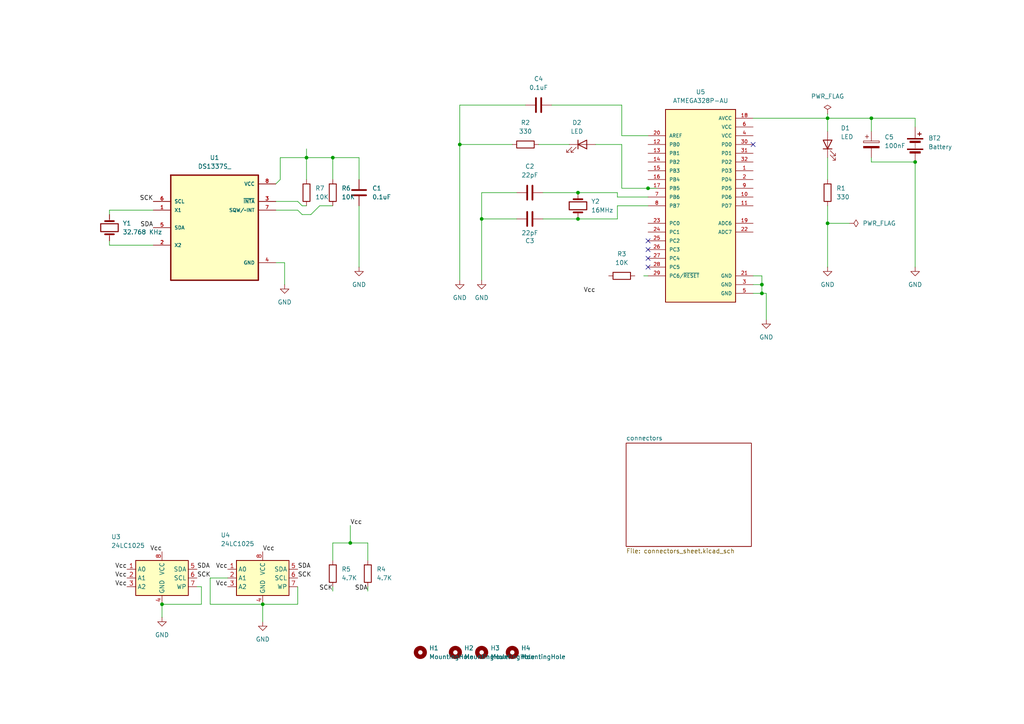
<source format=kicad_sch>
(kicad_sch (version 20231120) (generator "eeschema") (generator_version "8.0")
  (paper "A4")
  (title_block (title "${project_name}") (date "2025-03-16") (rev "1"))
  (lib_symbols
    (symbol "ATMEGA328P-AU_1" (pin_names (offset 1.016))
      (property "Reference" "U5" (at 0 33.02 0))
      (property "Value" "ATMEGA328P-AU" (at 0 30.48 0))
      (symbol "ATMEGA328P-AU_1_0_0"
        (rectangle (start -10.16 -27.94) (end 10.16 27.94) (stroke (width 0.254)) (fill (type background)))
        (pin bidirectional line (at 15.24 10.16 180) (length 5.08) (name "PD3") (number "1"))
        (pin bidirectional line (at 15.24 2.54 180) (length 5.08) (name "PD6") (number "10"))
        (pin bidirectional line (at 15.24 0 180) (length 5.08) (name "PD7") (number "11"))
        (pin bidirectional line (at -15.24 17.78 0) (length 5.08) (name "PB0") (number "12"))
        (pin bidirectional line (at -15.24 15.24 0) (length 5.08) (name "PB1") (number "13"))
        (pin bidirectional line (at -15.24 12.7 0) (length 5.08) (name "PB2") (number "14"))
        (pin bidirectional line (at -15.24 10.16 0) (length 5.08) (name "PB3") (number "15"))
        (pin bidirectional line (at -15.24 7.62 0) (length 5.08) (name "PB4") (number "16"))
        (pin bidirectional line (at -15.24 5.08 0) (length 5.08) (name "PB5") (number "17"))
        (pin power_in line (at 15.24 25.4 180) (length 5.08) (name "AVCC") (number "18"))
        (pin bidirectional line (at 15.24 -5.08 180) (length 5.08) (name "ADC6") (number "19"))
        (pin bidirectional line (at 15.24 7.62 180) (length 5.08) (name "PD4") (number "2"))
        (pin input line (at -15.24 20.32 0) (length 5.08) (name "AREF") (number "20"))
        (pin power_in line (at 15.24 -20.32 180) (length 5.08) (name "GND") (number "21"))
        (pin bidirectional line (at 15.24 -7.62 180) (length 5.08) (name "ADC7") (number "22"))
        (pin bidirectional line (at -15.24 -5.08 0) (length 5.08) (name "PC0") (number "23"))
        (pin bidirectional line (at -15.24 -7.62 0) (length 5.08) (name "PC1") (number "24"))
        (pin bidirectional line (at -15.24 -10.16 0) (length 5.08) (name "PC2") (number "25"))
        (pin bidirectional line (at -15.24 -12.7 0) (length 5.08) (name "PC3") (number "26"))
        (pin bidirectional line (at -15.24 -15.24 0) (length 5.08) (name "PC4") (number "27"))
        (pin bidirectional line (at -15.24 -17.78 0) (length 5.08) (name "PC5") (number "28"))
        (pin bidirectional line (at -15.24 -20.32 0) (length 5.08) (name "PC6/~{RESET}") (number "29"))
        (pin power_in line (at 15.24 -22.86 180) (length 5.08) (name "GND") (number "3"))
        (pin bidirectional line (at 15.24 17.78 180) (length 5.08) (name "PD0") (number "30"))
        (pin bidirectional line (at 15.24 15.24 180) (length 5.08) (name "PD1") (number "31"))
        (pin bidirectional line (at 15.24 12.7 180) (length 5.08) (name "PD2") (number "32"))
        (pin power_in line (at 15.24 20.32 180) (length 5.08) (name "VCC") (number "4"))
        (pin power_in line (at 15.24 -25.4 180) (length 5.08) (name "GND") (number "5"))
        (pin power_in line (at 15.24 22.86 180) (length 5.08) (name "VCC") (number "6"))
        (pin bidirectional line (at -15.24 2.54 0) (length 5.08) (name "PB6") (number "7"))
        (pin bidirectional line (at -15.24 0 0) (length 5.08) (name "PB7") (number "8"))
        (pin bidirectional line (at 15.24 5.08 180) (length 5.08) (name "PD5") (number "9"))
      )
    )
    (symbol "DS1337S_:DS1337S_" (pin_names (offset 1.016))
      (property "Reference" "U" (at -12.7 16.24 0))
      (property "Value" "DS1337S_" (at -12.7 -19.24 0))
      (symbol "DS1337S__0_0"
        (rectangle (start -12.7 -15.24) (end 12.7 15.24) (stroke (width 0.41)) (fill (type background)))
        (pin input line (at -17.78 5.08 0) (length 5.08) (name "X1") (number "1"))
        (pin bidirectional line (at -17.78 -5.08 0) (length 5.08) (name "X2") (number "2"))
        (pin output line (at 17.78 7.62 180) (length 5.08) (name "~{INTA}") (number "3"))
        (pin power_in line (at 17.78 -10.16 180) (length 5.08) (name "GND") (number "4"))
        (pin bidirectional line (at -17.78 0 0) (length 5.08) (name "SDA") (number "5"))
        (pin input line (at -17.78 7.62 0) (length 5.08) (name "SCL") (number "6"))
        (pin output line (at 17.78 5.08 180) (length 5.08) (name "SQW/~INT") (number "7"))
        (pin power_in line (at 17.78 12.7 180) (length 5.08) (name "VCC") (number "8"))
      )
    )
    (symbol "Device:Battery" (pin_numbers hide) (pin_names (offset 0) hide)
      (property "Reference" "BT" (at 2.54 2.54 0))
      (property "Value" "Battery" (at 2.54 0 0))
      (symbol "Battery_0_1"
        (rectangle (start -2.286 -1.27) (end 2.286 -1.524) (fill (type outline)))
        (rectangle (start -2.286 1.778) (end 2.286 1.524) (fill (type outline)))
        (rectangle (start -1.524 -2.032) (end 1.524 -2.54) (fill (type outline)))
        (rectangle (start -1.524 1.016) (end 1.524 0.508) (fill (type outline)))
        (polyline (pts (xy 0 -1.016) (xy 0 -0.762)))
        (polyline (pts (xy 0 -0.508) (xy 0 -0.254)))
        (polyline (pts (xy 0 0) (xy 0 0.254)))
        (polyline (pts (xy 0 1.778) (xy 0 2.54)))
        (polyline (pts (xy 0.762 3.048) (xy 1.778 3.048)) (stroke (width 0.254)))
        (polyline (pts (xy 1.27 3.556) (xy 1.27 2.54)) (stroke (width 0.254)))
      )
      (symbol "Battery_1_1"
        (pin passive line (at 0 5.08 270) (length 2.54) (name "+") (number "1"))
        (pin passive line (at 0 -5.08 90) (length 2.54) (name "-") (number "2"))
      )
    )
    (symbol "Device:C" (pin_numbers hide) (pin_names (offset 0.254))
      (property "Reference" "C" (at 0.635 2.54 0))
      (property "Value" "C" (at 0.635 -2.54 0))
      (symbol "C_0_1"
        (polyline (pts (xy -2.032 -0.762) (xy 2.032 -0.762)) (stroke (width 0.508)))
        (polyline (pts (xy -2.032 0.762) (xy 2.032 0.762)) (stroke (width 0.508)))
      )
      (symbol "C_1_1"
        (pin passive line (at 0 3.81 270) (length 2.794) (name "~") (number "1"))
        (pin passive line (at 0 -3.81 90) (length 2.794) (name "~") (number "2"))
      )
    )
    (symbol "Device:C_Polarized" (pin_numbers hide) (pin_names (offset 0.254))
      (property "Reference" "C" (at 0.635 2.54 0))
      (property "Value" "C_Polarized" (at 0.635 -2.54 0))
      (symbol "C_Polarized_0_1"
        (rectangle (start -2.286 0.508) (end 2.286 1.016))
        (polyline (pts (xy -1.778 2.286) (xy -0.762 2.286)))
        (polyline (pts (xy -1.27 2.794) (xy -1.27 1.778)))
        (rectangle (start 2.286 -0.508) (end -2.286 -1.016) (fill (type outline)))
      )
      (symbol "C_Polarized_1_1"
        (pin passive line (at 0 3.81 270) (length 2.794) (name "~") (number "1"))
        (pin passive line (at 0 -3.81 90) (length 2.794) (name "~") (number "2"))
      )
    )
    (symbol "Device:Crystal" (pin_numbers hide) (pin_names (offset 1.016) hide)
      (property "Reference" "Y" (at 0 3.81 0))
      (property "Value" "Crystal" (at 0 -3.81 0))
      (symbol "Crystal_0_1"
        (rectangle (start -1.143 2.54) (end 1.143 -2.54) (stroke (width 0.3048)))
        (polyline (pts (xy -2.54 0) (xy -1.905 0)))
        (polyline (pts (xy -1.905 -1.27) (xy -1.905 1.27)) (stroke (width 0.508)))
        (polyline (pts (xy 1.905 -1.27) (xy 1.905 1.27)) (stroke (width 0.508)))
        (polyline (pts (xy 2.54 0) (xy 1.905 0)))
      )
      (symbol "Crystal_1_1"
        (pin passive line (at -3.81 0 0) (length 1.27) (name "1") (number "1"))
        (pin passive line (at 3.81 0 180) (length 1.27) (name "2") (number "2"))
      )
    )
    (symbol "Device:LED" (pin_numbers hide) (pin_names (offset 1.016) hide)
      (property "Reference" "D" (at 0 2.54 0))
      (property "Value" "LED" (at 0 -2.54 0))
      (symbol "LED_0_1"
        (polyline (pts (xy -1.27 -1.27) (xy -1.27 1.27)) (stroke (width 0.254)))
        (polyline (pts (xy -1.27 0) (xy 1.27 0)))
        (polyline (pts (xy 1.27 -1.27) (xy 1.27 1.27) (xy -1.27 0) (xy 1.27 -1.27)) (stroke (width 0.254)))
        (polyline (pts (xy -3.048 -0.762) (xy -4.572 -2.286) (xy -3.81 -2.286) (xy -4.572 -2.286) (xy -4.572 -1.524)))
        (polyline (pts (xy -1.778 -0.762) (xy -3.302 -2.286) (xy -2.54 -2.286) (xy -3.302 -2.286) (xy -3.302 -1.524)))
      )
      (symbol "LED_1_1"
        (pin passive line (at -3.81 0 0) (length 2.54) (name "K") (number "1"))
        (pin passive line (at 3.81 0 180) (length 2.54) (name "A") (number "2"))
      )
    )
    (symbol "Device:R" (pin_numbers hide) (pin_names (offset 0))
      (property "Reference" "R" (at 2.032 0 90))
      (property "Value" "R" (at 0 0 90))
      (symbol "R_0_1"
        (rectangle (start -1.016 -2.54) (end 1.016 2.54) (stroke (width 0.254)))
      )
      (symbol "R_1_1"
        (pin passive line (at 0 3.81 270) (length 1.27) (name "~") (number "1"))
        (pin passive line (at 0 -3.81 90) (length 1.27) (name "~") (number "2"))
      )
    )
    (symbol "Mechanical:MountingHole" (pin_names (offset 1.016)) (exclude_from_sim yes) (in_bom no)
      (property "Reference" "H" (at 0 5.08 0))
      (property "Value" "MountingHole" (at 0 3.175 0))
      (symbol "MountingHole_0_1"
        (circle (center 0 0) (radius 1.27) (stroke (width 1.27)))
      )
    )
    (symbol "Memory_EEPROM:24LC1025"
      (property "Reference" "U" (at -6.35 6.35 0))
      (property "Value" "24LC1025" (at 1.27 6.35 0))
      (symbol "24LC1025_1_1"
        (rectangle (start -7.62 5.08) (end 7.62 -5.08) (stroke (width 0.254)) (fill (type background)))
        (pin input line (at -10.16 2.54 0) (length 2.54) (name "A0") (number "1"))
        (pin input line (at -10.16 0 0) (length 2.54) (name "A1") (number "2"))
        (pin input line (at -10.16 -2.54 0) (length 2.54) (name "A2") (number "3"))
        (pin power_in line (at 0 -7.62 90) (length 2.54) (name "GND") (number "4"))
        (pin bidirectional line (at 10.16 2.54 180) (length 2.54) (name "SDA") (number "5"))
        (pin input line (at 10.16 0 180) (length 2.54) (name "SCL") (number "6"))
        (pin input line (at 10.16 -2.54 180) (length 2.54) (name "WP") (number "7"))
        (pin power_in line (at 0 7.62 270) (length 2.54) (name "VCC") (number "8"))
      )
    )
    (symbol "power:GND" (power) (pin_numbers hide) (pin_names (offset 0) hide)
      (property "Value" "GND" (at 0 -3.81 0))
      (symbol "GND_0_1"
        (polyline (pts (xy 0 0) (xy 0 -1.27) (xy 1.27 -1.27) (xy 0 -2.54) (xy -1.27 -1.27) (xy 0 -1.27)))
      )
      (symbol "GND_1_1"
        (pin power_in line (at 0 0 270) (length 0) (name "~") (number "1"))
      )
    )
    (symbol "power:PWR_FLAG" (power) (pin_numbers hide) (pin_names (offset 0) hide)
      (property "Value" "PWR_FLAG" (at 0 3.81 0))
      (symbol "PWR_FLAG_0_0"
        (pin power_out line (at 0 0 90) (length 0) (name "~") (number "1"))
      )
      (symbol "PWR_FLAG_0_1"
        (polyline (pts (xy 0 0) (xy 0 1.27) (xy -1.016 1.905) (xy 0 2.54) (xy 1.016 1.905) (xy 0 1.27)))
      )
    )
  )
  (junction (at 88.9 45.72))
  (junction (at 220.98 82.55))
  (junction (at 167.64 63.5))
  (junction (at 96.52 45.72))
  (junction (at 101.6 157.48))
  (junction (at 240.03 64.77))
  (junction (at 76.2 175.26))
  (junction (at 46.99 175.26))
  (junction (at 139.7 63.5))
  (junction (at 220.98 85.09))
  (junction (at 167.64 55.88))
  (junction (at 187.96 54.61))
  (junction (at 252.73 34.29))
  (junction (at 133.35 41.91))
  (junction (at 265.43 46.99))
  (junction (at 240.03 34.29))
  (no_connect (at 187.96 77.47))
  (no_connect (at 187.96 72.39))
  (no_connect (at 187.96 69.85))
  (no_connect (at 218.44 41.91))
  (no_connect (at 187.96 74.93))
  (wire (pts (xy 104.14 59.69) (xy 104.14 77.47)))
  (wire (pts (xy 240.03 64.77) (xy 240.03 77.47)))
  (wire (pts (xy 133.35 41.91) (xy 148.59 41.91)))
  (wire (pts (xy 220.98 80.01) (xy 220.98 82.55)))
  (wire (pts (xy 157.48 55.88) (xy 167.64 55.88)))
  (wire (pts (xy 133.35 30.48) (xy 152.4 30.48)))
  (wire (pts (xy 179.07 55.88) (xy 179.07 57.15)))
  (wire (pts (xy 82.55 76.2) (xy 82.55 82.55)))
  (wire (pts (xy 80.01 76.2) (xy 82.55 76.2)))
  (wire (pts (xy 80.01 60.96) (xy 86.36 60.96)))
  (wire (pts (xy 240.03 45.72) (xy 240.03 52.07)))
  (wire (pts (xy 186.69 80.01) (xy 187.96 80.01)))
  (wire (pts (xy 265.43 46.99) (xy 265.43 77.47)))
  (wire (pts (xy 57.15 170.18) (xy 58.42 170.18)))
  (wire (pts (xy 80.01 58.42) (xy 86.36 58.42)))
  (wire (pts (xy 88.9 45.72) (xy 88.9 52.07)))
  (wire (pts (xy 104.14 45.72) (xy 104.14 52.07)))
  (wire (pts (xy 190.5 54.61) (xy 187.96 54.61)))
  (wire (pts (xy 133.35 41.91) (xy 133.35 81.28)))
  (wire (pts (xy 106.68 171.45) (xy 106.68 170.18)))
  (wire (pts (xy 139.7 55.88) (xy 139.7 63.5)))
  (wire (pts (xy 46.99 175.26) (xy 46.99 179.07)))
  (wire (pts (xy 81.28 52.07) (xy 80.01 53.34)))
  (wire (pts (xy 218.44 82.55) (xy 220.98 82.55)))
  (wire (pts (xy 60.96 167.64) (xy 66.04 167.64)))
  (wire (pts (xy 222.25 85.09) (xy 222.25 92.71)))
  (wire (pts (xy 156.21 41.91) (xy 165.1 41.91)))
  (wire (pts (xy 96.52 45.72) (xy 96.52 52.07)))
  (wire (pts (xy 133.35 30.48) (xy 133.35 41.91)))
  (wire (pts (xy 87.63 62.23) (xy 90.17 62.23)))
  (wire (pts (xy 76.2 175.26) (xy 76.2 180.34)))
  (wire (pts (xy 180.34 41.91) (xy 172.72 41.91)))
  (wire (pts (xy 101.6 157.48) (xy 106.68 157.48)))
  (wire (pts (xy 240.03 34.29) (xy 240.03 38.1)))
  (wire (pts (xy 167.64 55.88) (xy 179.07 55.88)))
  (wire (pts (xy 252.73 46.99) (xy 265.43 46.99)))
  (wire (pts (xy 96.52 171.45) (xy 96.52 170.18)))
  (wire (pts (xy 76.2 175.26) (xy 86.36 175.26)))
  (wire (pts (xy 167.64 63.5) (xy 179.07 63.5)))
  (wire (pts (xy 240.03 33.02) (xy 240.03 34.29)))
  (wire (pts (xy 240.03 64.77) (xy 246.38 64.77)))
  (wire (pts (xy 179.07 57.15) (xy 187.96 57.15)))
  (wire (pts (xy 60.96 175.26) (xy 76.2 175.26)))
  (wire (pts (xy 252.73 45.72) (xy 252.73 46.99)))
  (wire (pts (xy 101.6 152.4) (xy 101.6 157.48)))
  (wire (pts (xy 218.44 34.29) (xy 240.03 34.29)))
  (wire (pts (xy 58.42 170.18) (xy 58.42 175.26)))
  (wire (pts (xy 106.68 157.48) (xy 106.68 162.56)))
  (wire (pts (xy 180.34 41.91) (xy 180.34 54.61)))
  (wire (pts (xy 157.48 63.5) (xy 167.64 63.5)))
  (wire (pts (xy 96.52 157.48) (xy 96.52 162.56)))
  (wire (pts (xy 92.71 59.69) (xy 96.52 59.69)))
  (wire (pts (xy 180.34 30.48) (xy 180.34 39.37)))
  (wire (pts (xy 252.73 38.1) (xy 252.73 34.29)))
  (wire (pts (xy 160.02 30.48) (xy 180.34 30.48)))
  (wire (pts (xy 220.98 82.55) (xy 220.98 85.09)))
  (wire (pts (xy 87.63 59.69) (xy 88.9 59.69)))
  (wire (pts (xy 31.75 71.12) (xy 44.45 71.12)))
  (wire (pts (xy 139.7 63.5) (xy 149.86 63.5)))
  (wire (pts (xy 179.07 59.69) (xy 179.07 63.5)))
  (wire (pts (xy 88.9 45.72) (xy 96.52 45.72)))
  (wire (pts (xy 86.36 170.18) (xy 86.36 175.26)))
  (wire (pts (xy 179.07 59.69) (xy 187.96 59.69)))
  (wire (pts (xy 240.03 34.29) (xy 252.73 34.29)))
  (wire (pts (xy 31.75 69.85) (xy 31.75 71.12)))
  (wire (pts (xy 218.44 80.01) (xy 220.98 80.01)))
  (wire (pts (xy 218.44 85.09) (xy 220.98 85.09)))
  (wire (pts (xy 90.17 62.23) (xy 92.71 59.69)))
  (wire (pts (xy 81.28 45.72) (xy 81.28 52.07)))
  (wire (pts (xy 81.28 45.72) (xy 88.9 45.72)))
  (wire (pts (xy 60.96 167.64) (xy 60.96 175.26)))
  (wire (pts (xy 31.75 60.96) (xy 31.75 62.23)))
  (wire (pts (xy 240.03 59.69) (xy 240.03 64.77)))
  (wire (pts (xy 252.73 34.29) (xy 265.43 34.29)))
  (wire (pts (xy 265.43 34.29) (xy 265.43 36.83)))
  (wire (pts (xy 220.98 85.09) (xy 222.25 85.09)))
  (wire (pts (xy 88.9 43.18) (xy 88.9 45.72)))
  (wire (pts (xy 96.52 157.48) (xy 101.6 157.48)))
  (wire (pts (xy 180.34 54.61) (xy 187.96 54.61)))
  (wire (pts (xy 86.36 58.42) (xy 87.63 59.69)))
  (wire (pts (xy 46.99 175.26) (xy 58.42 175.26)))
  (wire (pts (xy 96.52 45.72) (xy 104.14 45.72)))
  (wire (pts (xy 139.7 63.5) (xy 139.7 81.28)))
  (wire (pts (xy 139.7 55.88) (xy 149.86 55.88)))
  (wire (pts (xy 180.34 39.37) (xy 187.96 39.37)))
  (wire (pts (xy 86.36 60.96) (xy 87.63 62.23)))
  (wire (pts (xy 31.75 60.96) (xy 44.45 60.96)))
  (label "Vcc" (at 66.04 170.18 180))
  (label "Vcc" (at 172.72 85.09 180))
  (label "SCK" (at 44.45 58.42 180))
  (label "SDA" (at 57.15 165.1 0))
  (label "SDA" (at 106.68 171.45 180))
  (label "Vcc" (at 36.83 170.18 180))
  (label "SDA" (at 44.45 66.04 180))
  (label "SCK" (at 86.36 167.64 0))
  (label "Vcc" (at 36.83 167.64 180))
  (label "Vcc" (at 76.2 160.02 0))
  (label "Vcc" (at 101.6 152.4 0))
  (label "Vcc" (at 36.83 165.1 180))
  (label "Vcc" (at 46.99 160.02 180))
  (label "Vcc" (at 66.04 165.1 180))
  (label "SCK" (at 57.15 167.64 0))
  (label "SCK" (at 96.52 171.45 180))
  (label "SDA" (at 86.36 165.1 0))
  (symbol (lib_id "Device:LED") (at 240.03 41.91 90) (unit 1)
    (property "Reference" "D1" (at 243.84 37.1474 90) (effects (justify right)))
    (property "Value" "LED" (at 243.84 39.6874 90) (effects (justify right)))
    (property "Footprint" "LED_SMD:LED_0805_2012Metric" (effects (hide yes)))
    (property "Description" "Light emitting diode" (effects (hide yes)))
  )
  (symbol (lib_id "Device:R") (at 96.52 166.37 0) (unit 1)
    (property "Reference" "R5" (at 99.06 165.0999 0) (effects (justify left)))
    (property "Value" "4.7K" (at 99.06 167.6399 0) (effects (justify left)))
    (property "Footprint" "Resistor_SMD:R_0805_2012Metric" (effects (hide yes)))
    (property "Description" "Resistor" (effects (hide yes)))
  )
  (symbol (lib_name "ATMEGA328P-AU_1") (lib_id "ATMEGA328P-AU:ATMEGA328P-AU") (at 203.2 59.69 0) (unit 1)
    (property "Reference" "U5" (at 203.2 26.67 0))
    (property "Value" "ATMEGA328P-AU" (at 203.2 29.21 0))
    (property "Footprint" "ATMEGA328P-AU:QFP80P900X900X120-32N" (effects (hide yes)))
    (property "MF" "Microchip" (effects (hide yes)))
    (property "MAXIMUM_PACKAGE_HEIGHT" "1.20mm" (effects (hide yes)))
    (property "Package" "TQFP-32 Microchip" (effects (hide yes)))
    (property "Price" "None" (effects (hide yes)))
    (property "Check_prices" "https://www.snapeda.com/parts/ATMEGA328P-AU/Microchip/view-part/?ref=eda" (effects (hide yes)))
    (property "STANDARD" "IPC-7351B" (effects (hide yes)))
    (property "PARTREV" "8271A" (effects (hide yes)))
    (property "SnapEDA_Link" "https://www.snapeda.com/parts/ATMEGA328P-AU/Microchip/view-part/?ref=snap" (effects (hide yes)))
    (property "MP" "ATMEGA328P-AU" (effects (hide yes)))
    (property "Description_1" "\n                        \n                            AVR AVR® ATmega Microcontroller IC 8-Bit 20MHz 32KB (16K x 16) FLASH 32-TQFP (7x7)\n                        \n" (effects (hide yes)))
    (property "Availability" "In Stock" (effects (hide yes)))
    (property "MANUFACTURER" "Microchip" (effects (hide yes)))
  )
  (symbol (lib_id "power:GND") (at 133.35 81.28 0) (unit 1)
    (property "Reference" "#PWR04" (effects (hide yes)))
    (property "Value" "GND" (at 133.35 86.36 0))
    (property "Description" "Power symbol creates a global label with name \"GND\" , ground" (effects (hide yes)))
  )
  (symbol (lib_id "power:GND") (at 222.25 92.71 0) (unit 1)
    (property "Reference" "#PWR05" (effects (hide yes)))
    (property "Value" "GND" (at 222.25 97.79 0))
    (property "Description" "Power symbol creates a global label with name \"GND\" , ground" (effects (hide yes)))
  )
  (symbol (lib_id "power:PWR_FLAG") (at 240.03 33.02 0) (unit 1)
    (property "Reference" "#FLG02" (effects (hide yes)))
    (property "Value" "PWR_FLAG" (at 240.03 27.94 0))
    (property "Description" "Special symbol for telling ERC where power comes from" (effects (hide yes)))
  )
  (symbol (lib_id "power:GND") (at 46.99 179.07 0) (unit 1)
    (property "Reference" "#PWR08" (effects (hide yes)))
    (property "Value" "GND" (at 46.99 184.15 0))
    (property "Description" "Power symbol creates a global label with name \"GND\" , ground" (effects (hide yes)))
  )
  (symbol (lib_id "Mechanical:MountingHole") (at 132.08 189.23 0) (unit 1) (exclude_from_sim yes) (in_bom no)
    (property "Reference" "H2" (at 134.62 187.9599 0) (effects (justify left)))
    (property "Value" "MountingHole" (at 134.62 190.4999 0) (effects (justify left)))
    (property "Footprint" "MountingHole:MountingHole_2.1mm" (effects (hide yes)))
    (property "Description" "Mounting Hole without connection" (effects (hide yes)))
  )
  (symbol (lib_id "Device:R") (at 106.68 166.37 0) (unit 1)
    (property "Reference" "R4" (at 109.22 165.0999 0) (effects (justify left)))
    (property "Value" "4.7K" (at 109.22 167.6399 0) (effects (justify left)))
    (property "Footprint" "Resistor_SMD:R_0805_2012Metric" (effects (hide yes)))
    (property "Description" "Resistor" (effects (hide yes)))
  )
  (symbol (lib_id "Memory_EEPROM:24LC1025") (at 46.99 167.64 0) (unit 1)
    (property "Reference" "U3" (at 32.258 155.702 0) (effects (justify left)))
    (property "Value" "24LC1025" (at 32.258 158.242 0) (effects (justify left)))
    (property "Footprint" "Package_SO:SOIC-8_5.23x5.23mm_P1.27mm" (effects (hide yes)))
    (property "Datasheet" "http://ww1.microchip.com/downloads/en/DeviceDoc/21941B.pdf" (effects (hide yes)))
    (property "Description" "I2C Serial EEPROM, 1024Kb, DIP-8/SOIC-8/TSSOP-8/DFN-8" (effects (hide yes)))
  )
  (symbol (lib_id "Mechanical:MountingHole") (at 148.59 189.23 0) (unit 1) (exclude_from_sim yes) (in_bom no)
    (property "Reference" "H4" (at 151.13 187.9599 0) (effects (justify left)))
    (property "Value" "MountingHole" (at 151.13 190.4999 0) (effects (justify left)))
    (property "Footprint" "MountingHole:MountingHole_2.1mm" (effects (hide yes)))
    (property "Description" "Mounting Hole without connection" (effects (hide yes)))
  )
  (symbol (lib_id "power:GND") (at 104.14 77.47 0) (unit 1)
    (property "Reference" "#PWR01" (effects (hide yes)))
    (property "Value" "GND" (at 104.14 82.55 0))
    (property "Description" "Power symbol creates a global label with name \"GND\" , ground" (effects (hide yes)))
  )
  (symbol (lib_id "DS1337S_:DS1337S_") (at 62.23 66.04 0) (unit 1)
    (property "Reference" "U1" (at 62.23 45.72 0))
    (property "Value" "DS1337S_" (at 62.23 48.26 0))
    (property "Footprint" "DS1337S_:SOIC127P600X175-8N" (effects (hide yes)))
    (property "MF" "Analog Devices" (effects (hide yes)))
    (property "Description_1" "\n                        \n                            I²C Serial Real-Time Clock\n                        \n" (effects (hide yes)))
    (property "Package" "SOIC-8 Maxim" (effects (hide yes)))
    (property "Price" "None" (effects (hide yes)))
    (property "SnapEDA_Link" "https://www.snapeda.com/parts/DS1337S+/Analog+Devices/view-part/?ref=snap" (effects (hide yes)))
    (property "MP" "DS1337S+" (effects (hide yes)))
    (property "Availability" "In Stock" (effects (hide yes)))
    (property "Check_prices" "https://www.snapeda.com/parts/DS1337S+/Analog+Devices/view-part/?ref=eda" (effects (hide yes)))
  )
  (symbol (lib_id "power:GND") (at 76.2 180.34 0) (unit 1)
    (property "Reference" "#PWR07" (effects (hide yes)))
    (property "Value" "GND" (at 76.2 185.42 0))
    (property "Description" "Power symbol creates a global label with name \"GND\" , ground" (effects (hide yes)))
  )
  (symbol (lib_id "Mechanical:MountingHole") (at 139.7 189.23 0) (unit 1) (exclude_from_sim yes) (in_bom no)
    (property "Reference" "H3" (at 142.24 187.9599 0) (effects (justify left)))
    (property "Value" "MountingHole" (at 142.24 190.4999 0) (effects (justify left)))
    (property "Footprint" "MountingHole:MountingHole_2.1mm" (effects (hide yes)))
    (property "Description" "Mounting Hole without connection" (effects (hide yes)))
  )
  (symbol (lib_id "Memory_EEPROM:24LC1025") (at 76.2 167.64 0) (unit 1)
    (property "Reference" "U4" (at 64.008 155.194 0) (effects (justify left)))
    (property "Value" "24LC1025" (at 64.008 157.734 0) (effects (justify left)))
    (property "Footprint" "Package_SO:SOIC-8_5.23x5.23mm_P1.27mm" (effects (hide yes)))
    (property "Datasheet" "http://ww1.microchip.com/downloads/en/DeviceDoc/21941B.pdf" (effects (hide yes)))
    (property "Description" "I2C Serial EEPROM, 1024Kb, DIP-8/SOIC-8/TSSOP-8/DFN-8" (effects (hide yes)))
  )
  (symbol (lib_id "Device:Crystal") (at 31.75 66.04 90) (unit 1)
    (property "Reference" "Y1" (at 35.56 64.7699 90) (effects (justify right)))
    (property "Value" "32.768 KHz" (at 35.56 67.3099 90) (effects (justify right)))
    (property "Footprint" "Crystal:Crystal_SMD_5032-2Pin_5.0x3.2mm_HandSoldering" (effects (hide yes)))
    (property "Description" "Two pin crystal" (effects (hide yes)))
  )
  (symbol (lib_id "Device:R") (at 152.4 41.91 90) (unit 1)
    (property "Reference" "R2" (at 152.4 35.56 90))
    (property "Value" "330" (at 152.4 38.1 90))
    (property "Footprint" "Resistor_SMD:R_0805_2012Metric" (effects (hide yes)))
    (property "Description" "Resistor" (effects (hide yes)))
  )
  (symbol (lib_id "power:PWR_FLAG") (at 246.38 64.77 270) (unit 1)
    (property "Reference" "#FLG01" (effects (hide yes)))
    (property "Value" "PWR_FLAG" (at 250.19 64.7699 90) (effects (justify left)))
    (property "Description" "Special symbol for telling ERC where power comes from" (effects (hide yes)))
  )
  (symbol (lib_id "Mechanical:MountingHole") (at 121.92 189.23 0) (unit 1) (exclude_from_sim yes) (in_bom no)
    (property "Reference" "H1" (at 124.46 187.9599 0) (effects (justify left)))
    (property "Value" "MountingHole" (at 124.46 190.4999 0) (effects (justify left)))
    (property "Footprint" "MountingHole:MountingHole_2.1mm" (effects (hide yes)))
    (property "Description" "Mounting Hole without connection" (effects (hide yes)))
  )
  (symbol (lib_id "power:GND") (at 139.7 81.28 0) (unit 1)
    (property "Reference" "#PWR03" (effects (hide yes)))
    (property "Value" "GND" (at 139.7 86.36 0))
    (property "Description" "Power symbol creates a global label with name \"GND\" , ground" (effects (hide yes)))
  )
  (symbol (lib_id "Device:C") (at 156.21 30.48 90) (unit 1)
    (property "Reference" "C4" (at 156.21 22.86 90))
    (property "Value" "0.1uF" (at 156.21 25.4 90))
    (property "Footprint" "Capacitor_SMD:C_0805_2012Metric" (effects (hide yes)))
    (property "Description" "Unpolarized capacitor" (effects (hide yes)))
  )
  (symbol (lib_id "Device:C") (at 153.67 55.88 90) (unit 1)
    (property "Reference" "C2" (at 153.67 48.26 90))
    (property "Value" "22pF" (at 153.67 50.8 90))
    (property "Footprint" "Capacitor_SMD:C_0805_2012Metric" (effects (hide yes)))
    (property "Description" "Unpolarized capacitor" (effects (hide yes)))
  )
  (symbol (lib_id "power:GND") (at 82.55 82.55 0) (unit 1)
    (property "Reference" "#PWR02" (effects (hide yes)))
    (property "Value" "GND" (at 82.55 87.63 0))
    (property "Description" "Power symbol creates a global label with name \"GND\" , ground" (effects (hide yes)))
  )
  (symbol (lib_id "Device:R") (at 240.03 55.88 0) (unit 1)
    (property "Reference" "R1" (at 242.57 54.6099 0) (effects (justify left)))
    (property "Value" "330" (at 242.57 57.1499 0) (effects (justify left)))
    (property "Footprint" "Resistor_SMD:R_0805_2012Metric" (effects (hide yes)))
    (property "Description" "Resistor" (effects (hide yes)))
  )
  (symbol (lib_id "Device:C") (at 104.14 55.88 0) (unit 1)
    (property "Reference" "C1" (at 107.95 54.6099 0) (effects (justify left)))
    (property "Value" "0.1uF" (at 107.95 57.1499 0) (effects (justify left)))
    (property "Footprint" "Capacitor_SMD:C_0805_2012Metric" (effects (hide yes)))
    (property "Description" "Unpolarized capacitor" (effects (hide yes)))
  )
  (symbol (lib_id "Device:Battery") (at 265.43 41.91 0) (unit 1)
    (property "Reference" "BT2" (at 269.24 40.0684 0) (effects (justify left)))
    (property "Value" "Battery" (at 269.24 42.6084 0) (effects (justify left)))
    (property "Footprint" "Connector_PinHeader_2.54mm:PinHeader_1x02_P2.54mm_Vertical" (effects (hide yes)))
    (property "Description" "Multiple-cell battery" (effects (hide yes)))
  )
  (symbol (lib_id "Device:R") (at 180.34 80.01 90) (unit 1)
    (property "Reference" "R3" (at 180.34 73.66 90))
    (property "Value" "10K" (at 180.34 76.2 90))
    (property "Footprint" "Resistor_SMD:R_0805_2012Metric" (effects (hide yes)))
    (property "Description" "Resistor" (effects (hide yes)))
  )
  (symbol (lib_id "power:GND") (at 265.43 77.47 0) (unit 1)
    (property "Reference" "#PWR09" (effects (hide yes)))
    (property "Value" "GND" (at 265.43 82.55 0))
    (property "Description" "Power symbol creates a global label with name \"GND\" , ground" (effects (hide yes)))
  )
  (symbol (lib_id "Device:Crystal") (at 167.64 59.69 90) (unit 1)
    (property "Reference" "Y2" (at 171.45 58.4199 90) (effects (justify right)))
    (property "Value" "16MHz" (at 171.45 60.9599 90) (effects (justify right)))
    (property "Footprint" "Crystal:Crystal_SMD_5032-2Pin_5.0x3.2mm_HandSoldering" (effects (hide yes)))
    (property "Description" "Two pin crystal" (effects (hide yes)))
  )
  (symbol (lib_id "power:GND") (at 240.03 77.47 0) (unit 1)
    (property "Reference" "#PWR06" (effects (hide yes)))
    (property "Value" "GND" (at 240.03 82.55 0))
    (property "Description" "Power symbol creates a global label with name \"GND\" , ground" (effects (hide yes)))
  )
  (symbol (lib_id "Device:R") (at 96.52 55.88 0) (unit 1)
    (property "Reference" "R6" (at 99.06 54.6099 0) (effects (justify left)))
    (property "Value" "10K" (at 99.06 57.1499 0) (effects (justify left)))
    (property "Footprint" "Resistor_SMD:R_0805_2012Metric" (effects (hide yes)))
    (property "Description" "Resistor" (effects (hide yes)))
  )
  (symbol (lib_id "Device:C") (at 153.67 63.5 90) (unit 1)
    (property "Reference" "C3" (at 153.67 69.85 90))
    (property "Value" "22pF" (at 153.67 67.564 90))
    (property "Footprint" "Capacitor_SMD:C_0805_2012Metric" (effects (hide yes)))
    (property "Description" "Unpolarized capacitor" (effects (hide yes)))
  )
  (symbol (lib_id "Device:C_Polarized") (at 252.73 41.91 0) (unit 1)
    (property "Reference" "C5" (at 256.54 39.7509 0) (effects (justify left)))
    (property "Value" "100nF" (at 256.54 42.2909 0) (effects (justify left)))
    (property "Footprint" "LED_SMD:LED_0805_2012Metric" (effects (hide yes)))
    (property "Description" "Polarized capacitor" (effects (hide yes)))
  )
  (symbol (lib_id "Device:LED") (at 168.91 41.91 0) (unit 1)
    (property "Reference" "D2" (at 167.3225 35.56 0))
    (property "Value" "LED" (at 167.3225 38.1 0))
    (property "Footprint" "LED_SMD:LED_0805_2012Metric" (effects (hide yes)))
    (property "Description" "Light emitting diode" (effects (hide yes)))
  )
  (symbol (lib_id "Device:R") (at 88.9 55.88 0) (unit 1)
    (property "Reference" "R7" (at 91.44 54.6099 0) (effects (justify left)))
    (property "Value" "10K" (at 91.44 57.1499 0) (effects (justify left)))
    (property "Footprint" "Resistor_SMD:R_0805_2012Metric" (effects (hide yes)))
    (property "Description" "Resistor" (effects (hide yes)))
  )
  (sheet (at 181.61 128.524) (size 36.322 29.972) (stroke (width 0.1524))
    (property "Sheetname" "connectors" (at 181.61 127.8124 0) (effects (justify left bottom)))
    (property "Sheetfile" "connectors_sheet.kicad_sch" (at 181.61 159.0806 0) (effects (justify left top)))
  )
)
</source>
